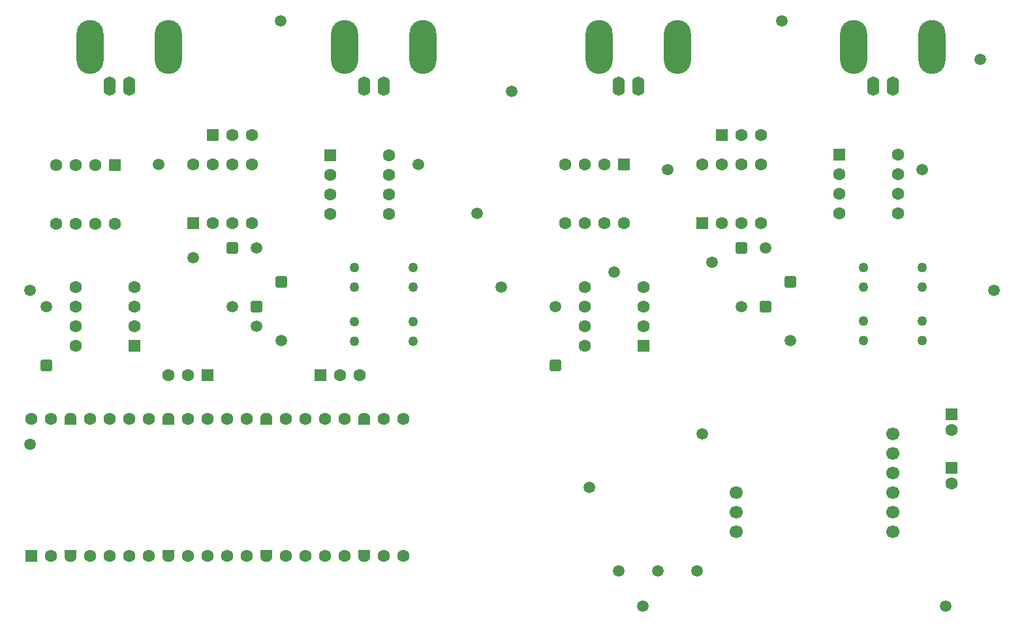
<source format=gbr>
%TF.GenerationSoftware,KiCad,Pcbnew,9.0.1*%
%TF.CreationDate,2025-06-22T18:16:09+09:00*%
%TF.ProjectId,SMU,534d552e-6b69-4636-9164-5f7063625858,rev?*%
%TF.SameCoordinates,Original*%
%TF.FileFunction,Copper,L5,Inr*%
%TF.FilePolarity,Positive*%
%FSLAX46Y46*%
G04 Gerber Fmt 4.6, Leading zero omitted, Abs format (unit mm)*
G04 Created by KiCad (PCBNEW 9.0.1) date 2025-06-22 18:16:09*
%MOMM*%
%LPD*%
G01*
G04 APERTURE LIST*
G04 Aperture macros list*
%AMRoundRect*
0 Rectangle with rounded corners*
0 $1 Rounding radius*
0 $2 $3 $4 $5 $6 $7 $8 $9 X,Y pos of 4 corners*
0 Add a 4 corners polygon primitive as box body*
4,1,4,$2,$3,$4,$5,$6,$7,$8,$9,$2,$3,0*
0 Add four circle primitives for the rounded corners*
1,1,$1+$1,$2,$3*
1,1,$1+$1,$4,$5*
1,1,$1+$1,$6,$7*
1,1,$1+$1,$8,$9*
0 Add four rect primitives between the rounded corners*
20,1,$1+$1,$2,$3,$4,$5,0*
20,1,$1+$1,$4,$5,$6,$7,0*
20,1,$1+$1,$6,$7,$8,$9,0*
20,1,$1+$1,$8,$9,$2,$3,0*%
%AMFreePoly0*
4,1,37,0.603843,0.796157,0.639018,0.796157,0.711114,0.766294,0.766294,0.711114,0.796157,0.639018,0.796157,0.603843,0.800000,0.600000,0.800000,-0.600000,0.796157,-0.603843,0.796157,-0.639018,0.766294,-0.711114,0.711114,-0.766294,0.639018,-0.796157,0.603843,-0.796157,0.600000,-0.800000,0.000000,-0.800000,0.000000,-0.796148,-0.078414,-0.796148,-0.232228,-0.765552,-0.377117,-0.705537,
-0.507515,-0.618408,-0.618408,-0.507515,-0.705537,-0.377117,-0.765552,-0.232228,-0.796148,-0.078414,-0.796148,0.078414,-0.765552,0.232228,-0.705537,0.377117,-0.618408,0.507515,-0.507515,0.618408,-0.377117,0.705537,-0.232228,0.765552,-0.078414,0.796148,0.000000,0.796148,0.000000,0.800000,0.600000,0.800000,0.603843,0.796157,0.603843,0.796157,$1*%
%AMFreePoly1*
4,1,37,0.000000,0.796148,0.078414,0.796148,0.232228,0.765552,0.377117,0.705537,0.507515,0.618408,0.618408,0.507515,0.705537,0.377117,0.765552,0.232228,0.796148,0.078414,0.796148,-0.078414,0.765552,-0.232228,0.705537,-0.377117,0.618408,-0.507515,0.507515,-0.618408,0.377117,-0.705537,0.232228,-0.765552,0.078414,-0.796148,0.000000,-0.796148,0.000000,-0.800000,-0.600000,-0.800000,
-0.603843,-0.796157,-0.639018,-0.796157,-0.711114,-0.766294,-0.766294,-0.711114,-0.796157,-0.639018,-0.796157,-0.603843,-0.800000,-0.600000,-0.800000,0.600000,-0.796157,0.603843,-0.796157,0.639018,-0.766294,0.711114,-0.711114,0.766294,-0.639018,0.796157,-0.603843,0.796157,-0.600000,0.800000,0.000000,0.800000,0.000000,0.796148,0.000000,0.796148,$1*%
G04 Aperture macros list end*
%TA.AperFunction,ComponentPad*%
%ADD10C,1.270000*%
%TD*%
%TA.AperFunction,ComponentPad*%
%ADD11RoundRect,0.250000X0.550000X0.550000X-0.550000X0.550000X-0.550000X-0.550000X0.550000X-0.550000X0*%
%TD*%
%TA.AperFunction,ComponentPad*%
%ADD12C,1.600000*%
%TD*%
%TA.AperFunction,ComponentPad*%
%ADD13RoundRect,0.250001X-0.499999X0.499999X-0.499999X-0.499999X0.499999X-0.499999X0.499999X0.499999X0*%
%TD*%
%TA.AperFunction,ComponentPad*%
%ADD14C,1.500000*%
%TD*%
%TA.AperFunction,ComponentPad*%
%ADD15RoundRect,0.250000X-0.550000X0.550000X-0.550000X-0.550000X0.550000X-0.550000X0.550000X0.550000X0*%
%TD*%
%TA.AperFunction,ComponentPad*%
%ADD16O,1.600000X2.500000*%
%TD*%
%TA.AperFunction,ComponentPad*%
%ADD17O,3.500000X7.000000*%
%TD*%
%TA.AperFunction,ComponentPad*%
%ADD18RoundRect,0.250000X-0.550000X-0.550000X0.550000X-0.550000X0.550000X0.550000X-0.550000X0.550000X0*%
%TD*%
%TA.AperFunction,ComponentPad*%
%ADD19RoundRect,0.250000X0.550000X-0.550000X0.550000X0.550000X-0.550000X0.550000X-0.550000X-0.550000X0*%
%TD*%
%TA.AperFunction,ComponentPad*%
%ADD20RoundRect,0.250001X0.499999X-0.499999X0.499999X0.499999X-0.499999X0.499999X-0.499999X-0.499999X0*%
%TD*%
%TA.AperFunction,ComponentPad*%
%ADD21C,1.700000*%
%TD*%
%TA.AperFunction,ComponentPad*%
%ADD22R,1.500000X1.500000*%
%TD*%
%TA.AperFunction,ComponentPad*%
%ADD23RoundRect,0.200000X0.600000X-0.600000X0.600000X0.600000X-0.600000X0.600000X-0.600000X-0.600000X0*%
%TD*%
%TA.AperFunction,ComponentPad*%
%ADD24FreePoly0,90.000000*%
%TD*%
%TA.AperFunction,ComponentPad*%
%ADD25FreePoly1,90.000000*%
%TD*%
%TA.AperFunction,ViaPad*%
%ADD26C,1.500000*%
%TD*%
G04 APERTURE END LIST*
D10*
%TO.N,Net-(R22-Pad2)*%
%TO.C,U16*%
X77470000Y-162565000D03*
%TO.N,GND*%
X77470000Y-160025000D03*
%TO.N,Net-(R19-Pad2)*%
X69850000Y-160025000D03*
%TO.N,/PotentioStatUnit1/Vcrr*%
X69850000Y-162565000D03*
%TD*%
%TO.N,Net-(R11-Pad1)*%
%TO.C,U10*%
X143510000Y-162560000D03*
%TO.N,GND*%
X143510000Y-160020000D03*
%TO.N,Net-(R6-Pad2)*%
X135890000Y-160020000D03*
%TO.N,/PotentioStatUnit/Vcrr*%
X135890000Y-162560000D03*
%TD*%
%TO.N,Net-(R10-Pad2)*%
%TO.C,U9*%
X143510000Y-155575000D03*
%TO.N,GND*%
X143510000Y-153035000D03*
%TO.N,Net-(R5-Pad2)*%
X135890000Y-153035000D03*
%TO.N,/PotentioStatUnit/Vcrr*%
X135890000Y-155575000D03*
%TD*%
%TO.N,Net-(R21-Pad1)*%
%TO.C,U15*%
X77470000Y-155580000D03*
%TO.N,GND*%
X77470000Y-153040000D03*
%TO.N,Net-(R18-Pad2)*%
X69850000Y-153040000D03*
%TO.N,/PotentioStatUnit1/Vcrr*%
X69850000Y-155580000D03*
%TD*%
D11*
%TO.N,unconnected-(U11-VOS-Pad1)*%
%TO.C,U11*%
X107315000Y-163195000D03*
D12*
%TO.N,Net-(U11--)*%
X107315000Y-160655000D03*
%TO.N,Net-(U11-+)*%
X107315000Y-158115000D03*
%TO.N,-12V*%
X107315000Y-155575000D03*
%TO.N,unconnected-(U11-NC-Pad5)*%
X99695000Y-155575000D03*
%TO.N,/\u53CD\u8EE2\u56DE\u8DEF/OUTPUT*%
X99695000Y-158115000D03*
%TO.N,+12V*%
X99695000Y-160655000D03*
%TO.N,unconnected-(U11-VOS-Pad8)*%
X99695000Y-163195000D03*
%TD*%
D13*
%TO.N,Net-(D7-A)*%
%TO.C,D8*%
X60325000Y-154935000D03*
D14*
%TO.N,/PotentioStatUnit1/Vcrr*%
X60325000Y-162555000D03*
%TD*%
D13*
%TO.N,Net-(D3-A)*%
%TO.C,D4*%
X126365000Y-154935000D03*
D14*
%TO.N,/PotentioStatUnit/Vcrr*%
X126365000Y-162555000D03*
%TD*%
D15*
%TO.N,GND*%
%TO.C,C2*%
X147320000Y-179070000D03*
D12*
%TO.N,-12V*%
X147320000Y-181070000D03*
%TD*%
D15*
%TO.N,+12V*%
%TO.C,C1*%
X147320000Y-172085000D03*
D12*
%TO.N,GND*%
X147320000Y-174085000D03*
%TD*%
D16*
%TO.N,Net-(J2-In)*%
%TO.C,J2*%
X73660000Y-129540000D03*
D17*
%TO.N,/PotentioStatUnit1/WE*%
X68580000Y-124460000D03*
D16*
X71120000Y-129540000D03*
D17*
X78740000Y-124460000D03*
%TD*%
D18*
%TO.N,unconnected-(U14-VOS-Pad1)*%
%TO.C,U14*%
X66680000Y-138435000D03*
D12*
%TO.N,/PotentioStatUnit1/WE*%
X66680000Y-140975000D03*
%TO.N,GND*%
X66680000Y-143515000D03*
%TO.N,-12V*%
X66680000Y-146055000D03*
%TO.N,unconnected-(U14-NC-Pad5)*%
X74300000Y-146055000D03*
%TO.N,/PotentioStatUnit1/Vcrr*%
X74300000Y-143515000D03*
%TO.N,+12V*%
X74300000Y-140975000D03*
%TO.N,unconnected-(U14-VOS-Pad8)*%
X74300000Y-138435000D03*
%TD*%
D19*
%TO.N,unconnected-(U6-VOS-Pad1)*%
%TO.C,U6*%
X114935000Y-147320000D03*
D12*
%TO.N,Net-(U6--)*%
X117475000Y-147320000D03*
%TO.N,GND*%
X120015000Y-147320000D03*
%TO.N,-12V*%
X122555000Y-147320000D03*
%TO.N,unconnected-(U6-NC-Pad5)*%
X122555000Y-139700000D03*
%TO.N,/PotentioStatUnit/CE*%
X120015000Y-139700000D03*
%TO.N,+12V*%
X117475000Y-139700000D03*
%TO.N,unconnected-(U6-VOS-Pad8)*%
X114935000Y-139700000D03*
%TD*%
D20*
%TO.N,Net-(D2-A)*%
%TO.C,D3*%
X123190000Y-158120000D03*
D14*
%TO.N,Net-(D3-A)*%
X123190000Y-150500000D03*
%TD*%
D15*
%TO.N,unconnected-(U7-VOS-Pad1)*%
%TO.C,U7*%
X104775000Y-139700000D03*
D12*
%TO.N,/PotentioStatUnit/Vre*%
X102235000Y-139700000D03*
%TO.N,/PotentioStatUnit/RE*%
X99695000Y-139700000D03*
%TO.N,-12V*%
X97155000Y-139700000D03*
%TO.N,unconnected-(U7-NC-Pad5)*%
X97155000Y-147320000D03*
%TO.N,/PotentioStatUnit/Vre*%
X99695000Y-147320000D03*
%TO.N,+12V*%
X102235000Y-147320000D03*
%TO.N,unconnected-(U7-VOS-Pad8)*%
X104775000Y-147320000D03*
%TD*%
D21*
%TO.N,VSYS*%
%TO.C,U1*%
X119380000Y-182245000D03*
X119380000Y-184785000D03*
%TO.N,GND*%
X119380000Y-187325000D03*
%TO.N,+12V*%
X139700000Y-174625000D03*
X139700000Y-177165000D03*
%TO.N,GND*%
X139700000Y-179705000D03*
X139700000Y-182245000D03*
%TO.N,-12V*%
X139700000Y-184785000D03*
X139700000Y-187325000D03*
%TD*%
D22*
%TO.N,/PotentioStatUnit1/RE*%
%TO.C,SW1*%
X51435000Y-135890000D03*
D12*
%TO.N,/PotentioStatUnit1/CE*%
X53975000Y-135890000D03*
%TO.N,Net-(J2-In)*%
X56515000Y-135890000D03*
%TD*%
D19*
%TO.N,unconnected-(U12-VOS-Pad1)*%
%TO.C,U12*%
X48895000Y-147320000D03*
D12*
%TO.N,Net-(U12--)*%
X51435000Y-147320000D03*
%TO.N,GND*%
X53975000Y-147320000D03*
%TO.N,-12V*%
X56515000Y-147320000D03*
%TO.N,unconnected-(U12-NC-Pad5)*%
X56515000Y-139700000D03*
%TO.N,/PotentioStatUnit1/CE*%
X53975000Y-139700000D03*
%TO.N,+12V*%
X51435000Y-139700000D03*
%TO.N,unconnected-(U12-VOS-Pad8)*%
X48895000Y-139700000D03*
%TD*%
D16*
%TO.N,/PotentioStatUnit1/RE*%
%TO.C,J1*%
X40640000Y-129540000D03*
D17*
%TO.N,/PotentioStatUnit1/WE*%
X35560000Y-124460000D03*
D16*
X38100000Y-129540000D03*
D17*
X45720000Y-124460000D03*
%TD*%
D20*
%TO.N,GND*%
%TO.C,D1*%
X95885000Y-165735000D03*
D14*
%TO.N,/\u53CD\u8EE2\u56DE\u8DEF/OUTPUT*%
X95885000Y-158115000D03*
%TD*%
D22*
%TO.N,Net-(A1-GPIO26_ADC0)*%
%TO.C,SW3*%
X50800000Y-167005000D03*
D12*
%TO.N,/\u53CD\u8EE2\u56DE\u8DEF1/OUTPUT*%
X48260000Y-167005000D03*
%TO.N,unconnected-(SW3-C-Pad3)*%
X45720000Y-167005000D03*
%TD*%
D22*
%TO.N,/PotentioStatUnit/RE*%
%TO.C,SW2*%
X117475000Y-135890000D03*
D12*
%TO.N,/PotentioStatUnit/CE*%
X120015000Y-135890000D03*
%TO.N,Net-(J4-In)*%
X122555000Y-135890000D03*
%TD*%
D18*
%TO.N,unconnected-(U8-VOS-Pad1)*%
%TO.C,U8*%
X132715000Y-138430000D03*
D12*
%TO.N,/PotentioStatUnit/WE*%
X132715000Y-140970000D03*
%TO.N,GND*%
X132715000Y-143510000D03*
%TO.N,-12V*%
X132715000Y-146050000D03*
%TO.N,unconnected-(U8-NC-Pad5)*%
X140335000Y-146050000D03*
%TO.N,/PotentioStatUnit/Vcrr*%
X140335000Y-143510000D03*
%TO.N,+12V*%
X140335000Y-140970000D03*
%TO.N,unconnected-(U8-VOS-Pad8)*%
X140335000Y-138430000D03*
%TD*%
D11*
%TO.N,unconnected-(U17-VOS-Pad1)*%
%TO.C,U17*%
X41270000Y-163200000D03*
D12*
%TO.N,Net-(U17--)*%
X41270000Y-160660000D03*
%TO.N,Net-(U17-+)*%
X41270000Y-158120000D03*
%TO.N,-12V*%
X41270000Y-155580000D03*
%TO.N,unconnected-(U17-NC-Pad5)*%
X33650000Y-155580000D03*
%TO.N,/\u53CD\u8EE2\u56DE\u8DEF1/OUTPUT*%
X33650000Y-158120000D03*
%TO.N,+12V*%
X33650000Y-160660000D03*
%TO.N,unconnected-(U17-VOS-Pad8)*%
X33650000Y-163200000D03*
%TD*%
D13*
%TO.N,GND*%
%TO.C,D6*%
X53975000Y-150490000D03*
D14*
%TO.N,Net-(D6-A)*%
X53975000Y-158110000D03*
%TD*%
D16*
%TO.N,/PotentioStatUnit/RE*%
%TO.C,J3*%
X106680000Y-129540000D03*
D17*
%TO.N,/PotentioStatUnit/WE*%
X101600000Y-124460000D03*
D16*
X104140000Y-129540000D03*
D17*
X111760000Y-124460000D03*
%TD*%
D22*
%TO.N,Net-(A1-GPIO27_ADC1)*%
%TO.C,SW4*%
X65405000Y-167005000D03*
D12*
%TO.N,/\u53CD\u8EE2\u56DE\u8DEF/OUTPUT*%
X67945000Y-167005000D03*
%TO.N,unconnected-(SW4-C-Pad3)*%
X70485000Y-167005000D03*
%TD*%
D13*
%TO.N,GND*%
%TO.C,D2*%
X120015000Y-150495000D03*
D14*
%TO.N,Net-(D2-A)*%
X120015000Y-158115000D03*
%TD*%
D20*
%TO.N,Net-(D6-A)*%
%TO.C,D7*%
X57150000Y-158120000D03*
D14*
%TO.N,Net-(D7-A)*%
X57150000Y-150500000D03*
%TD*%
D15*
%TO.N,unconnected-(U13-VOS-Pad1)*%
%TO.C,U13*%
X38735000Y-139705000D03*
D12*
%TO.N,/PotentioStatUnit1/Vre*%
X36195000Y-139705000D03*
%TO.N,/PotentioStatUnit1/RE*%
X33655000Y-139705000D03*
%TO.N,-12V*%
X31115000Y-139705000D03*
%TO.N,unconnected-(U13-NC-Pad5)*%
X31115000Y-147325000D03*
%TO.N,/PotentioStatUnit1/Vre*%
X33655000Y-147325000D03*
%TO.N,+12V*%
X36195000Y-147325000D03*
%TO.N,unconnected-(U13-VOS-Pad8)*%
X38735000Y-147325000D03*
%TD*%
D20*
%TO.N,GND*%
%TO.C,D5*%
X29845000Y-165740000D03*
D14*
%TO.N,/\u53CD\u8EE2\u56DE\u8DEF1/OUTPUT*%
X29845000Y-158120000D03*
%TD*%
D16*
%TO.N,Net-(J4-In)*%
%TO.C,J4*%
X139700000Y-129540000D03*
D17*
%TO.N,/PotentioStatUnit/WE*%
X134620000Y-124460000D03*
D16*
X137160000Y-129540000D03*
D17*
X144780000Y-124460000D03*
%TD*%
D23*
%TO.N,unconnected-(A1-GPIO0-Pad1)*%
%TO.C,A1*%
X27940000Y-190500000D03*
D12*
%TO.N,unconnected-(A1-GPIO1-Pad2)*%
X30480000Y-190500000D03*
D24*
%TO.N,GND*%
X33020000Y-190500000D03*
D12*
%TO.N,unconnected-(A1-GPIO2-Pad4)*%
X35560000Y-190500000D03*
%TO.N,unconnected-(A1-GPIO3-Pad5)*%
X38100000Y-190500000D03*
%TO.N,unconnected-(A1-GPIO4-Pad6)*%
X40640000Y-190500000D03*
%TO.N,unconnected-(A1-GPIO5-Pad7)*%
X43180000Y-190500000D03*
D24*
%TO.N,GND*%
X45720000Y-190500000D03*
D12*
%TO.N,x1k_1*%
X48260000Y-190500000D03*
%TO.N,x10k_1*%
X50800000Y-190500000D03*
%TO.N,x1k_2*%
X53340000Y-190500000D03*
%TO.N,x10k_2*%
X55880000Y-190500000D03*
D24*
%TO.N,GND*%
X58420000Y-190500000D03*
D12*
%TO.N,unconnected-(A1-GPIO10-Pad14)*%
X60960000Y-190500000D03*
%TO.N,unconnected-(A1-GPIO11-Pad15)*%
X63500000Y-190500000D03*
%TO.N,unconnected-(A1-GPIO12-Pad16)*%
X66040000Y-190500000D03*
%TO.N,unconnected-(A1-GPIO13-Pad17)*%
X68580000Y-190500000D03*
D24*
%TO.N,GND*%
X71120000Y-190500000D03*
D12*
%TO.N,unconnected-(A1-GPIO14-Pad19)*%
X73660000Y-190500000D03*
%TO.N,unconnected-(A1-GPIO15-Pad20)*%
X76200000Y-190500000D03*
%TO.N,unconnected-(A1-GPIO16-Pad21)*%
X76200000Y-172720000D03*
%TO.N,Net-(A1-GPIO17)*%
X73660000Y-172720000D03*
D25*
%TO.N,GND*%
X71120000Y-172720000D03*
D12*
%TO.N,Net-(A1-GPIO18)*%
X68580000Y-172720000D03*
%TO.N,Net-(A1-GPIO19)*%
X66040000Y-172720000D03*
%TO.N,Net-(A1-GPIO20)*%
X63500000Y-172720000D03*
%TO.N,unconnected-(A1-GPIO21-Pad27)*%
X60960000Y-172720000D03*
D25*
%TO.N,GND*%
X58420000Y-172720000D03*
D12*
%TO.N,unconnected-(A1-GPIO22-Pad29)*%
X55880000Y-172720000D03*
%TO.N,unconnected-(A1-RUN-Pad30)*%
X53340000Y-172720000D03*
%TO.N,Net-(A1-GPIO26_ADC0)*%
X50800000Y-172720000D03*
%TO.N,Net-(A1-GPIO27_ADC1)*%
X48260000Y-172720000D03*
D25*
%TO.N,unconnected-(A1-AGND-Pad33)*%
X45720000Y-172720000D03*
D12*
%TO.N,unconnected-(A1-GPIO28_ADC2-Pad34)*%
X43180000Y-172720000D03*
%TO.N,Net-(A1-ADC_VREF)*%
X40640000Y-172720000D03*
%TO.N,+3.3V*%
X38100000Y-172720000D03*
%TO.N,unconnected-(A1-3V3_EN-Pad37)*%
X35560000Y-172720000D03*
D25*
%TO.N,GND*%
X33020000Y-172720000D03*
D12*
%TO.N,VSYS*%
X30480000Y-172720000D03*
%TO.N,unconnected-(A1-VBUS-Pad40)*%
X27940000Y-172720000D03*
%TD*%
D26*
%TO.N,GND*%
X57150000Y-160655000D03*
X151000000Y-126000000D03*
X48895000Y-151765000D03*
X107250000Y-197000000D03*
X125250000Y-121000000D03*
X103505000Y-153670000D03*
X60250000Y-121000000D03*
X27750000Y-156000000D03*
X109220000Y-192405000D03*
X27750000Y-176000000D03*
X114935000Y-174625000D03*
X90250000Y-130175000D03*
X146500000Y-197000000D03*
X85725000Y-146050000D03*
X116205000Y-152400000D03*
X152750000Y-156000000D03*
%TO.N,/PotentioStatUnit/Vcrr*%
X143510000Y-140335000D03*
%TO.N,/PotentioStatUnit1/Vcrr*%
X78105000Y-139700000D03*
%TO.N,/REF_+2.048V*%
X100330000Y-181610000D03*
%TO.N,/PotentioStatUnit/Vre*%
X110490000Y-140335000D03*
%TO.N,/PotentioStatUnit1/Vre*%
X44450000Y-139700000D03*
%TO.N,-12V*%
X104140000Y-192405000D03*
%TO.N,+12V*%
X114300000Y-192405000D03*
%TO.N,3.0V_REF*%
X88900000Y-155575000D03*
%TD*%
M02*

</source>
